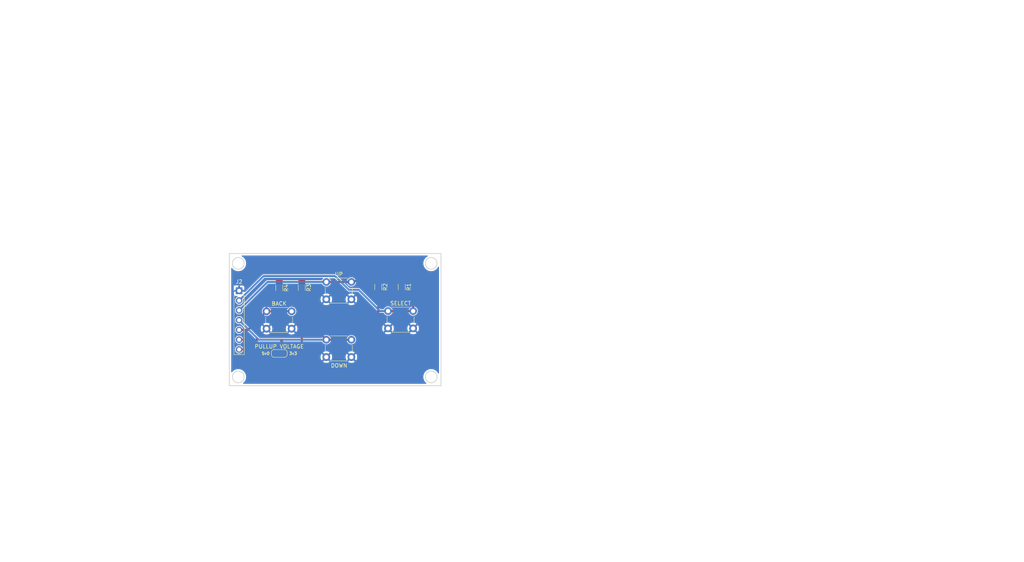
<source format=kicad_pcb>
(kicad_pcb (version 20240108) (generator "pcbnew") (generator_version "8.0")
  (layers (0 "F.Cu" signal) (31 "B.Cu" signal) (34 "B.Paste" user) (35 "F.Paste" user) (36 "B.SilkS" user "B.Silkscreen") (37 "F.SilkS" user "F.Silkscreen") (38 "B.Mask" user) (39 "F.Mask" user) (44 "Edge.Cuts" user))
  (net 0 "")
  (net 1 "+3.3V")
  (net 2 "+5V")
  (net 3 "GND")
  (net 4 "Net-(JP1-C)")
  (net 5 "Net-(J2-Pin_3)")
  (net 6 "Net-(J2-Pin_4)")
  (net 7 "Net-(J2-Pin_5)")
  (net 8 "Net-(J2-Pin_2)")
  (footprint "Resistor_SMD:R_1206_3216Metric_Pad1.30x1.75mm_HandSolder" (layer "F.Cu") (at 121.158 90.45 -90)
    (property "Reference" "R1" (at 0 -1.82 90) (layer "F.SilkS"))
    (property "Value" "PULLUP")
    (fp_line (start -0.727064 0.91) (end 0.727064 0.91) (stroke (width 0.12)) (layer "F.SilkS"))
    (fp_line (start -0.727064 -0.91) (end 0.727064 -0.91) (stroke (width 0.12)) (layer "F.SilkS"))
    (pad "1" smd roundrect (at -1.55 0 270) (size 1.3 1.75) (layers "F.Cu" "F.Paste" "F.Mask") (roundrect_rratio 0.192308) (net 8 "Net-(J2-Pin_2)"))
    (pad "2" smd roundrect (at 1.55 0 270) (size 1.3 1.75) (layers "F.Cu" "F.Paste" "F.Mask") (roundrect_rratio 0.192308) (net 4 "Net-(JP1-C)"))
  )
  (footprint "Button_Switch_THT:SW_PUSH_6mm_H4.3mm" (layer "F.Cu") (at 86.106 96.774)
    (property "Reference" "BACK" (at 3.25 -2 0) (layer "F.SilkS"))
    (property "Value" "BACK")
    (fp_line (start -0.25 1.5) (end -0.25 3) (stroke (width 0.12)) (layer "F.SilkS"))
    (fp_line (start 1 5.5) (end 5.5 5.5) (stroke (width 0.12)) (layer "F.SilkS"))
    (fp_line (start 5.5 -1) (end 1 -1) (stroke (width 0.12)) (layer "F.SilkS"))
    (fp_line (start 6.75 3) (end 6.75 1.5) (stroke (width 0.12)) (layer "F.SilkS"))
    (pad "1" thru_hole circle (at 0 0 90) (size 2 2) (drill 1.1) (layers "*.Cu" "*.Mask") (net 7 "Net-(J2-Pin_5)"))
    (pad "1" thru_hole circle (at 6.5 0 90) (size 2 2) (drill 1.1) (layers "*.Cu" "*.Mask") (net 7 "Net-(J2-Pin_5)"))
    (pad "2" thru_hole circle (at 0 4.5 90) (size 2 2) (drill 1.1) (layers "*.Cu" "*.Mask") (net 3 "GND"))
    (pad "2" thru_hole circle (at 6.5 4.5 90) (size 2 2) (drill 1.1) (layers "*.Cu" "*.Mask") (net 3 "GND"))
  )
  (footprint "Jumper:SolderJumper-3_P1.3mm_Open_RoundedPad1.0x1.5mm_NumberLabels" (layer "F.Cu") (at 89.408 107.696)
    (property "Reference" "PULLUP VOLTAGE" (at 0 -1.8 0) (layer "F.SilkS"))
    (property "Value" "SolderJumper_3_Open")
    (fp_line (start -2.05 0.3) (end -2.05 -0.3) (stroke (width 0.12)) (layer "F.SilkS"))
    (fp_line (start -1.4 -1) (end 1.4 -1) (stroke (width 0.12)) (layer "F.SilkS"))
    (fp_line (start 1.4 1) (end -1.4 1) (stroke (width 0.12)) (layer "F.SilkS"))
    (fp_line (start 2.05 -0.3) (end 2.05 0.3) (stroke (width 0.12)) (layer "F.SilkS"))
    (fp_arc (start -2.05 -0.3) (mid -1.844975 -0.794975) (end -1.35 -1) (stroke (width 0.12)) (layer "F.SilkS"))
    (fp_arc (start -1.35 1) (mid -1.844975 0.794975) (end -2.05 0.3) (stroke (width 0.12)) (layer "F.SilkS"))
    (fp_arc (start 1.35 -1) (mid 1.844975 -0.794975) (end 2.05 -0.3) (stroke (width 0.12)) (layer "F.SilkS"))
    (fp_arc (start 2.05 0.3) (mid 1.844975 0.794975) (end 1.35 1) (stroke (width 0.12)) (layer "F.SilkS"))
    (fp_text user "5v0" (at -3.526 0 0) (layer "F.SilkS") (effects (font (size 0.75 0.75))))
    (fp_text user "3v3" (at 3.586 0 360) (layer "F.SilkS") (effects (font (size 0.75 0.75))))
    (pad "1" smd custom (at -1.3 0) (size 1 0.5) (layers "F.Cu" "F.Mask") (net 2 "+5V") (options (clearance outline) (anchor rect)) (primitives (gr_circle (center 0 0.25) (end 0.5 0.25) (width 0) (fill yes)) (gr_circle (center 0 -0.25) (end 0.5 -0.25) (width 0) (fill yes)) (gr_poly (pts (xy 0.55 0.75) (xy 0 0.75) (xy 0 -0.75) (xy 0.55 -0.75)) (width 0) (fill yes))))
    (pad "2" smd rect (at 0 0) (size 1 1.5) (layers "F.Cu" "F.Mask") (net 4 "Net-(JP1-C)"))
    (pad "3" smd custom (at 1.3 0) (size 1 0.5) (layers "F.Cu" "F.Mask") (net 1 "+3.3V") (options (clearance outline) (anchor rect)) (primitives (gr_circle (center 0 0.25) (end 0.5 0.25) (width 0) (fill yes)) (gr_circle (center 0 -0.25) (end 0.5 -0.25) (width 0) (fill yes)) (gr_poly (pts (xy 0 0.75) (xy -0.55 0.75) (xy -0.55 -0.75) (xy 0 -0.75)) (width 0) (fill yes))))
  )
  (footprint "Resistor_SMD:R_1206_3216Metric_Pad1.30x1.75mm_HandSolder" (layer "F.Cu") (at 115.062 90.45 -90)
    (property "Reference" "R2" (at 0 -1.82 90) (layer "F.SilkS"))
    (property "Value" "PULLUP")
    (fp_line (start -0.727064 0.91) (end 0.727064 0.91) (stroke (width 0.12)) (layer "F.SilkS"))
    (fp_line (start -0.727064 -0.91) (end 0.727064 -0.91) (stroke (width 0.12)) (layer "F.SilkS"))
    (pad "1" smd roundrect (at -1.55 0 270) (size 1.3 1.75) (layers "F.Cu" "F.Paste" "F.Mask") (roundrect_rratio 0.192308) (net 5 "Net-(J2-Pin_3)"))
    (pad "2" smd roundrect (at 1.55 0 270) (size 1.3 1.75) (layers "F.Cu" "F.Paste" "F.Mask") (roundrect_rratio 0.192308) (net 4 "Net-(JP1-C)"))
  )
  (footprint "Button_Switch_THT:SW_PUSH_6mm_H4.3mm" (layer "F.Cu") (at 101.6 104.14)
    (property "Reference" "SW3")
    (property "Value" "DOWN" (at 3.302 6.7 0) (layer "F.SilkS"))
    (fp_line (start -0.25 1.5) (end -0.25 3) (stroke (width 0.12)) (layer "F.SilkS"))
    (fp_line (start 1 5.5) (end 5.5 5.5) (stroke (width 0.12)) (layer "F.SilkS"))
    (fp_line (start 5.5 -1) (end 1 -1) (stroke (width 0.12)) (layer "F.SilkS"))
    (fp_line (start 6.75 3) (end 6.75 1.5) (stroke (width 0.12)) (layer "F.SilkS"))
    (pad "1" thru_hole circle (at 0 0 90) (size 2 2) (drill 1.1) (layers "*.Cu" "*.Mask") (net 6 "Net-(J2-Pin_4)"))
    (pad "1" thru_hole circle (at 6.5 0 90) (size 2 2) (drill 1.1) (layers "*.Cu" "*.Mask") (net 6 "Net-(J2-Pin_4)"))
    (pad "2" thru_hole circle (at 0 4.5 90) (size 2 2) (drill 1.1) (layers "*.Cu" "*.Mask") (net 3 "GND"))
    (pad "2" thru_hole circle (at 6.5 4.5 90) (size 2 2) (drill 1.1) (layers "*.Cu" "*.Mask") (net 3 "GND"))
  )
  (footprint "Resistor_SMD:R_1206_3216Metric_Pad1.30x1.75mm_HandSolder" (layer "F.Cu") (at 89.408 90.704 -90)
    (property "Reference" "R4" (at 0 -1.82 90) (layer "F.SilkS"))
    (property "Value" "PULLUP")
    (fp_line (start -0.727064 0.91) (end 0.727064 0.91) (stroke (width 0.12)) (layer "F.SilkS"))
    (fp_line (start -0.727064 -0.91) (end 0.727064 -0.91) (stroke (width 0.12)) (layer "F.SilkS"))
    (pad "1" smd roundrect (at -1.55 0 270) (size 1.3 1.75) (layers "F.Cu" "F.Paste" "F.Mask") (roundrect_rratio 0.192308) (net 7 "Net-(J2-Pin_5)"))
    (pad "2" smd roundrect (at 1.55 0 270) (size 1.3 1.75) (layers "F.Cu" "F.Paste" "F.Mask") (roundrect_rratio 0.192308) (net 4 "Net-(JP1-C)"))
  )
  (footprint "Button_Switch_THT:SW_PUSH_6mm_H4.3mm" (layer "F.Cu") (at 101.6 89.154)
    (property "Reference" "UP" (at 3.25 -2 0) (layer "F.SilkS"))
    (property "Value" "UP")
    (fp_line (start -0.25 1.5) (end -0.25 3) (stroke (width 0.12)) (layer "F.SilkS"))
    (fp_line (start 1 5.5) (end 5.5 5.5) (stroke (width 0.12)) (layer "F.SilkS"))
    (fp_line (start 5.5 -1) (end 1 -1) (stroke (width 0.12)) (layer "F.SilkS"))
    (fp_line (start 6.75 3) (end 6.75 1.5) (stroke (width 0.12)) (layer "F.SilkS"))
    (pad "1" thru_hole circle (at 0 0 90) (size 2 2) (drill 1.1) (layers "*.Cu" "*.Mask") (net 5 "Net-(J2-Pin_3)"))
    (pad "1" thru_hole circle (at 6.5 0 90) (size 2 2) (drill 1.1) (layers "*.Cu" "*.Mask") (net 5 "Net-(J2-Pin_3)"))
    (pad "2" thru_hole circle (at 0 4.5 90) (size 2 2) (drill 1.1) (layers "*.Cu" "*.Mask") (net 3 "GND"))
    (pad "2" thru_hole circle (at 6.5 4.5 90) (size 2 2) (drill 1.1) (layers "*.Cu" "*.Mask") (net 3 "GND"))
  )
  (footprint "Resistor_SMD:R_1206_3216Metric_Pad1.30x1.75mm_HandSolder" (layer "F.Cu") (at 95.25 90.652 -90)
    (property "Reference" "R3" (at 0 -1.82 90) (layer "F.SilkS"))
    (property "Value" "PULLUP")
    (fp_line (start -0.727064 0.91) (end 0.727064 0.91) (stroke (width 0.12)) (layer "F.SilkS"))
    (fp_line (start -0.727064 -0.91) (end 0.727064 -0.91) (stroke (width 0.12)) (layer "F.SilkS"))
    (pad "1" smd roundrect (at -1.55 0 270) (size 1.3 1.75) (layers "F.Cu" "F.Paste" "F.Mask") (roundrect_rratio 0.192308) (net 6 "Net-(J2-Pin_4)"))
    (pad "2" smd roundrect (at 1.55 0 270) (size 1.3 1.75) (layers "F.Cu" "F.Paste" "F.Mask") (roundrect_rratio 0.192308) (net 4 "Net-(JP1-C)"))
  )
  (footprint "Connector_PinHeader_2.54mm:PinHeader_1x07_P2.54mm_Vertical" (layer "F.Cu") (at 78.994 91.435)
    (property "Reference" "J2" (at 0 -2.33 0) (layer "F.SilkS"))
    (property "Value" "Conn_01x07_Pin")
    (fp_line (start -1.33 -1.33) (end 0 -1.33) (stroke (width 0.12)) (layer "F.SilkS"))
    (fp_line (start -1.33 0) (end -1.33 -1.33) (stroke (width 0.12)) (layer "F.SilkS"))
    (fp_line (start -1.33 1.27) (end -1.33 16.57) (stroke (width 0.12)) (layer "F.SilkS"))
    (fp_line (start -1.33 1.27) (end 1.33 1.27) (stroke (width 0.12)) (layer "F.SilkS"))
    (fp_line (start -1.33 16.57) (end 1.33 16.57) (stroke (width 0.12)) (layer "F.SilkS"))
    (fp_line (start 1.33 1.27) (end 1.33 16.57) (stroke (width 0.12)) (layer "F.SilkS"))
    (pad "1" thru_hole rect (at 0 0) (size 1.7 1.7) (drill 1) (layers "*.Cu" "*.Mask") (net 3 "GND"))
    (pad "2" thru_hole oval (at 0 2.54) (size 1.7 1.7) (drill 1) (layers "*.Cu" "*.Mask") (net 8 "Net-(J2-Pin_2)"))
    (pad "3" thru_hole oval (at 0 5.08) (size 1.7 1.7) (drill 1) (layers "*.Cu" "*.Mask") (net 5 "Net-(J2-Pin_3)"))
    (pad "4" thru_hole oval (at 0 7.62) (size 1.7 1.7) (drill 1) (layers "*.Cu" "*.Mask") (net 6 "Net-(J2-Pin_4)"))
    (pad "5" thru_hole oval (at 0 10.16) (size 1.7 1.7) (drill 1) (layers "*.Cu" "*.Mask") (net 7 "Net-(J2-Pin_5)"))
    (pad "6" thru_hole oval (at 0 12.7) (size 1.7 1.7) (drill 1) (layers "*.Cu" "*.Mask") (net 1 "+3.3V"))
    (pad "7" thru_hole oval (at 0 15.24) (size 1.7 1.7) (drill 1) (layers "*.Cu" "*.Mask") (net 2 "+5V"))
  )
  (footprint "Button_Switch_THT:SW_PUSH_6mm_H4.3mm" (layer "F.Cu") (at 117.602 96.702)
    (property "Reference" "SELECT" (at 3.25 -2 0) (layer "F.SilkS"))
    (property "Value" "SELECT")
    (fp_line (start -0.25 1.5) (end -0.25 3) (stroke (width 0.12)) (layer "F.SilkS"))
    (fp_line (start 1 5.5) (end 5.5 5.5) (stroke (width 0.12)) (layer "F.SilkS"))
    (fp_line (start 5.5 -1) (end 1 -1) (stroke (width 0.12)) (layer "F.SilkS"))
    (fp_line (start 6.75 3) (end 6.75 1.5) (stroke (width 0.12)) (layer "F.SilkS"))
    (pad "1" thru_hole circle (at 0 0 90) (size 2 2) (drill 1.1) (layers "*.Cu" "*.Mask") (net 8 "Net-(J2-Pin_2)"))
    (pad "1" thru_hole circle (at 6.5 0 90) (size 2 2) (drill 1.1) (layers "*.Cu" "*.Mask") (net 8 "Net-(J2-Pin_2)"))
    (pad "2" thru_hole circle (at 0 4.5 90) (size 2 2) (drill 1.1) (layers "*.Cu" "*.Mask") (net 3 "GND"))
    (pad "2" thru_hole circle (at 6.5 4.5 90) (size 2 2) (drill 1.1) (layers "*.Cu" "*.Mask") (net 3 "GND"))
  )
  (gr_circle (center 128.778 84.328) (end 130.302 84.328) (stroke (width 0.2)) (fill none) (layer "Edge.Cuts"))
  (gr_circle (center 78.778 113.792) (end 80.302 113.792) (stroke (width 0.2)) (fill none) (layer "Edge.Cuts"))
  (gr_circle (center 78.778 84.328) (end 80.302 84.328) (stroke (width 0.2)) (fill none) (layer "Edge.Cuts"))
  (gr_circle (center 128.778 113.792) (end 130.302 113.792) (stroke (width 0.2)) (fill none) (layer "Edge.Cuts"))
  (gr_rect (start 76.454 81.788) (end 131.318 116.078) (stroke (width 0.2)) (fill none) (layer "Edge.Cuts"))
  (segment (start 90.708 105.186) (end 89.657 104.135) (width 0.5) (layer "F.Cu") (net 1))
  (segment (start 90.708 107.696) (end 90.708 105.186) (width 0.5) (layer "F.Cu") (net 1))
  (segment (start 89.657 104.135) (end 78.994 104.135) (width 0.5) (layer "F.Cu") (net 1))
  (segment (start 78.994 106.675) (end 87.087 106.675) (width 0.5) (layer "F.Cu") (net 2))
  (segment (start 87.087 106.675) (end 88.108 107.696) (width 0.5) (layer "F.Cu") (net 2))
  (segment (start 110.744 105.918) (end 115.062 101.6) (width 0.5) (layer "F.Cu") (net 4))
  (segment (start 95.25 107.696) (end 97.028 105.918) (width 0.5) (layer "F.Cu") (net 4))
  (segment (start 89.408 108.646) (end 89.982 109.22) (width 0.5) (layer "F.Cu") (net 4))
  (segment (start 89.982 109.22) (end 93.726 109.22) (width 0.5) (layer "F.Cu") (net 4))
  (segment (start 95.25 107.696) (end 95.25 92.202) (width 0.5) (layer "F.Cu") (net 4))
  (segment (start 95.198 92.254) (end 95.25 92.202) (width 0.2) (layer "F.Cu") (net 4))
  (segment (start 89.408 107.696) (end 89.408 108.646) (width 0.5) (layer "F.Cu") (net 4))
  (segment (start 115.062 101.6) (end 115.062 92) (width 0.5) (layer "F.Cu") (net 4))
  (segment (start 89.408 92.254) (end 95.198 92.254) (width 0.2) (layer "F.Cu") (net 4))
  (segment (start 93.726 109.22) (end 95.25 107.696) (width 0.5) (layer "F.Cu") (net 4))
  (segment (start 115.062 92) (end 121.158 92) (width 0.5) (layer "F.Cu") (net 4))
  (segment (start 97.028 105.918) (end 110.744 105.918) (width 0.5) (layer "F.Cu") (net 4))
  (segment (start 108.1 89.154) (end 108.204 89.154) (width 0.2) (layer "F.Cu") (net 5))
  (segment (start 108.458 88.9) (end 115.062 88.9) (width 0.5) (layer "F.Cu") (net 5))
  (segment (start 101.6 89.154) (end 108.1 89.154) (width 0.5) (layer "F.Cu") (net 5))
  (segment (start 108.204 89.154) (end 108.458 88.9) (width 0.2) (layer "F.Cu") (net 5))
  (segment (start 78.994 96.515) (end 86.355 89.154) (width 0.5) (layer "B.Cu") (net 5))
  (segment (start 86.355 89.154) (end 101.6 89.154) (width 0.5) (layer "B.Cu") (net 5))
  (segment (start 98.044 100.584) (end 101.6 104.14) (width 0.5) (layer "F.Cu") (net 6))
  (segment (start 95.25 89.102) (end 98.044 91.896) (width 0.5) (layer "F.Cu") (net 6))
  (segment (start 101.6 104.14) (end 108.1 104.14) (width 0.5) (layer "F.Cu") (net 6))
  (segment (start 98.044 91.896) (end 98.044 100.584) (width 0.5) (layer "F.Cu") (net 6))
  (segment (start 78.994 99.055) (end 84.079 104.14) (width 0.5) (layer "B.Cu") (net 6))
  (segment (start 84.079 104.14) (end 101.6 104.14) (width 0.5) (layer "B.Cu") (net 6))
  (segment (start 86.106 96.774) (end 86.106 92.456) (width 0.5) (layer "F.Cu") (net 7))
  (segment (start 81.285 101.595) (end 86.106 96.774) (width 0.5) (layer "F.Cu") (net 7))
  (segment (start 78.994 101.595) (end 81.285 101.595) (width 0.5) (layer "F.Cu") (net 7))
  (segment (start 86.106 92.456) (end 89.408 89.154) (width 0.5) (layer "F.Cu") (net 7))
  (segment (start 86.106 96.774) (end 92.606 96.774) (width 0.5) (layer "F.Cu") (net 7))
  (segment (start 117.602 96.702) (end 124.102 96.702) (width 0.5) (layer "F.Cu") (net 8))
  (segment (start 124.102 91.844) (end 121.158 88.9) (width 0.5) (layer "F.Cu") (net 8))
  (segment (start 124.102 96.702) (end 124.102 91.844) (width 0.5) (layer "F.Cu") (net 8))
  (segment (start 115.498 96.702) (end 109.982 91.186) (width 0.5) (layer "B.Cu") (net 8))
  (segment (start 85.339 87.63) (end 78.994 93.975) (width 0.5) (layer "B.Cu") (net 8))
  (segment (start 107.442 91.186) (end 103.886 87.63) (width 0.5) (layer "B.Cu") (net 8))
  (segment (start 109.982 91.186) (end 107.442 91.186) (width 0.5) (layer "B.Cu") (net 8))
  (segment (start 117.602 96.702) (end 115.498 96.702) (width 0.5) (layer "B.Cu") (net 8))
  (segment (start 103.886 87.63) (end 85.339 87.63) (width 0.5) (layer "B.Cu") (net 8))
  (zone (net 3) (net_name "GND") (layer "B.Cu") (connect_pads (clearance 0)) (min_thickness 0.25) (fill yes (thermal_gap 0.5) (thermal_bridge_width 0.5))
    (polygon (pts (xy 17.018 16.002) (xy 282.448 17.272) (xy 281.432 161.798) (xy 17.018 161.798)))
  )
)
</source>
